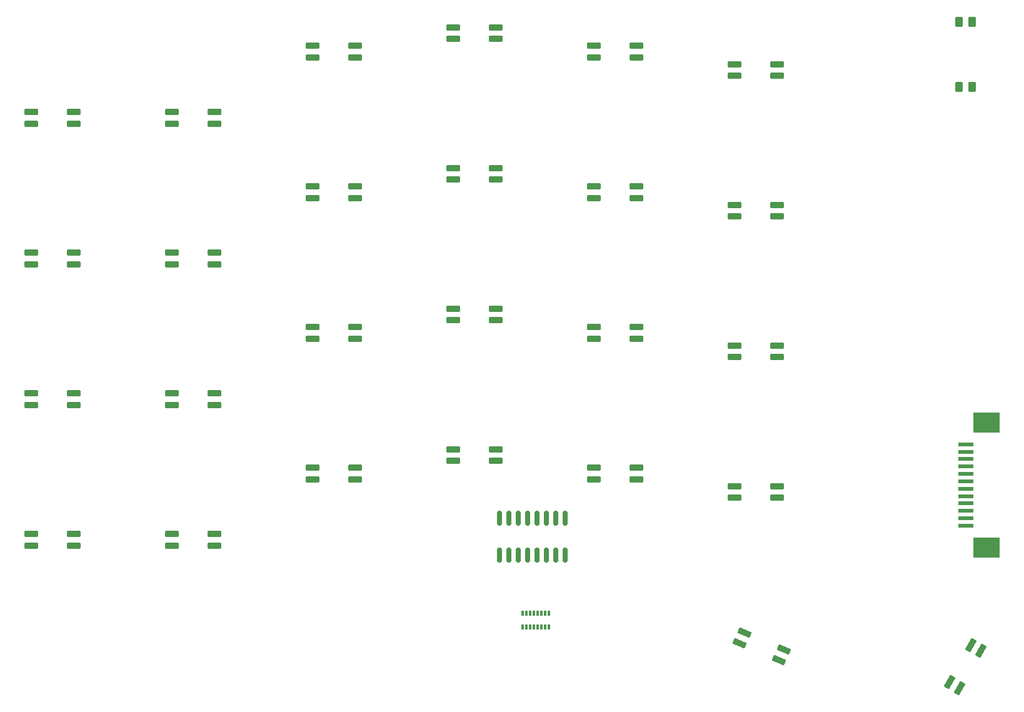
<source format=gbr>
%TF.GenerationSoftware,KiCad,Pcbnew,8.0.8-8.0.8-0~ubuntu22.04.1*%
%TF.CreationDate,2025-01-26T06:24:24-06:00*%
%TF.ProjectId,kbd,6b62642e-6b69-4636-9164-5f7063625858,rev?*%
%TF.SameCoordinates,Original*%
%TF.FileFunction,Paste,Bot*%
%TF.FilePolarity,Positive*%
%FSLAX46Y46*%
G04 Gerber Fmt 4.6, Leading zero omitted, Abs format (unit mm)*
G04 Created by KiCad (PCBNEW 8.0.8-8.0.8-0~ubuntu22.04.1) date 2025-01-26 06:24:24*
%MOMM*%
%LPD*%
G01*
G04 APERTURE LIST*
G04 Aperture macros list*
%AMRoundRect*
0 Rectangle with rounded corners*
0 $1 Rounding radius*
0 $2 $3 $4 $5 $6 $7 $8 $9 X,Y pos of 4 corners*
0 Add a 4 corners polygon primitive as box body*
4,1,4,$2,$3,$4,$5,$6,$7,$8,$9,$2,$3,0*
0 Add four circle primitives for the rounded corners*
1,1,$1+$1,$2,$3*
1,1,$1+$1,$4,$5*
1,1,$1+$1,$6,$7*
1,1,$1+$1,$8,$9*
0 Add four rect primitives between the rounded corners*
20,1,$1+$1,$2,$3,$4,$5,0*
20,1,$1+$1,$4,$5,$6,$7,0*
20,1,$1+$1,$6,$7,$8,$9,0*
20,1,$1+$1,$8,$9,$2,$3,0*%
G04 Aperture macros list end*
%ADD10RoundRect,0.082000X-0.818000X-0.328000X0.818000X-0.328000X0.818000X0.328000X-0.818000X0.328000X0*%
%ADD11RoundRect,0.082000X0.818000X0.328000X-0.818000X0.328000X-0.818000X-0.328000X0.818000X-0.328000X0*%
%ADD12RoundRect,0.082000X-0.124944X-0.872409X0.693056X0.544409X0.124944X0.872409X-0.693056X-0.544409X0*%
%ADD13RoundRect,0.082000X-0.881133X0.017692X0.624813X-0.621544X0.881133X-0.017692X-0.624813X0.621544X0*%
%ADD14R,2.000000X0.610000*%
%ADD15R,3.600000X2.680000*%
%ADD16RoundRect,0.150000X0.150000X-0.850000X0.150000X0.850000X-0.150000X0.850000X-0.150000X-0.850000X0*%
%ADD17RoundRect,0.250000X0.262500X0.450000X-0.262500X0.450000X-0.262500X-0.450000X0.262500X-0.450000X0*%
%ADD18R,0.300000X0.800000*%
%ADD19RoundRect,0.250000X-0.262500X-0.450000X0.262500X-0.450000X0.262500X0.450000X-0.262500X0.450000X0*%
G04 APERTURE END LIST*
D10*
%TO.C,LED35*%
X158150000Y-116740000D03*
X158150000Y-115160000D03*
X152350000Y-115160000D03*
X152350000Y-116740000D03*
%TD*%
D11*
%TO.C,LED01*%
X76150000Y-64510000D03*
X76150000Y-66090000D03*
X81950000Y-66090000D03*
X81950000Y-64510000D03*
%TD*%
%TO.C,LED04*%
X133300000Y-55510000D03*
X133300000Y-57090000D03*
X139100000Y-57090000D03*
X139100000Y-55510000D03*
%TD*%
D10*
%TO.C,LED30*%
X62900000Y-123240000D03*
X62900000Y-121660000D03*
X57100000Y-121660000D03*
X57100000Y-123240000D03*
%TD*%
D11*
%TO.C,LED20*%
X57100000Y-102609999D03*
X57100000Y-104189999D03*
X62900000Y-104189999D03*
X62900000Y-102609999D03*
%TD*%
D10*
%TO.C,LED13*%
X120050000Y-73640000D03*
X120050000Y-72060000D03*
X114250000Y-72060000D03*
X114250000Y-73640000D03*
%TD*%
%TO.C,LED32*%
X101000000Y-114240000D03*
X101000000Y-112660000D03*
X95200000Y-112660000D03*
X95200000Y-114240000D03*
%TD*%
D11*
%TO.C,LED21*%
X76150000Y-102609999D03*
X76150000Y-104189999D03*
X81950000Y-104189999D03*
X81950000Y-102609999D03*
%TD*%
D12*
%TO.C,LED37*%
X185774160Y-137473526D03*
X184405840Y-136683526D03*
X181505840Y-141706474D03*
X182874160Y-142496474D03*
%TD*%
D11*
%TO.C,LED23*%
X114250000Y-91109999D03*
X114250000Y-92689999D03*
X120050000Y-92689999D03*
X120050000Y-91109999D03*
%TD*%
D10*
%TO.C,LED31*%
X81950000Y-123240000D03*
X81950000Y-121660000D03*
X76150000Y-121660000D03*
X76150000Y-123240000D03*
%TD*%
D11*
%TO.C,LED24*%
X133300000Y-93609999D03*
X133300000Y-95189999D03*
X139100000Y-95189999D03*
X139100000Y-93609999D03*
%TD*%
%TO.C,LED25*%
X152350000Y-96109999D03*
X152350000Y-97689999D03*
X158150000Y-97689999D03*
X158150000Y-96109999D03*
%TD*%
%TO.C,LED03*%
X114250000Y-53010000D03*
X114250000Y-54590000D03*
X120050000Y-54590000D03*
X120050000Y-53010000D03*
%TD*%
D10*
%TO.C,LED33*%
X120050000Y-111740000D03*
X120050000Y-110160000D03*
X114250000Y-110160000D03*
X114250000Y-111740000D03*
%TD*%
D13*
%TO.C,LED36*%
X158430786Y-138698065D03*
X159048142Y-137243667D03*
X153709214Y-134977427D03*
X153091858Y-136431825D03*
%TD*%
D10*
%TO.C,LED14*%
X139100000Y-76140000D03*
X139100000Y-74560000D03*
X133300000Y-74560000D03*
X133300000Y-76140000D03*
%TD*%
D11*
%TO.C,LED22*%
X95200000Y-93609999D03*
X95200000Y-95189999D03*
X101000000Y-95189999D03*
X101000000Y-93609999D03*
%TD*%
D10*
%TO.C,LED10*%
X62900000Y-85140000D03*
X62900000Y-83560000D03*
X57100000Y-83560000D03*
X57100000Y-85140000D03*
%TD*%
%TO.C,LED12*%
X101000000Y-76140000D03*
X101000000Y-74560000D03*
X95200000Y-74560000D03*
X95200000Y-76140000D03*
%TD*%
D11*
%TO.C,LED02*%
X95200000Y-55510000D03*
X95200000Y-57090000D03*
X101000000Y-57090000D03*
X101000000Y-55510000D03*
%TD*%
D10*
%TO.C,LED34*%
X139100000Y-114240000D03*
X139100000Y-112660000D03*
X133300000Y-112660000D03*
X133300000Y-114240000D03*
%TD*%
D11*
%TO.C,LED00*%
X57100000Y-64510000D03*
X57100000Y-66090000D03*
X62900000Y-66090000D03*
X62900000Y-64510000D03*
%TD*%
D10*
%TO.C,LED15*%
X158150000Y-78640000D03*
X158150000Y-77060000D03*
X152350000Y-77060000D03*
X152350000Y-78640000D03*
%TD*%
%TO.C,LED11*%
X81950000Y-85140000D03*
X81950000Y-83560000D03*
X76150000Y-83560000D03*
X76150000Y-85140000D03*
%TD*%
D11*
%TO.C,LED05*%
X152350000Y-58010000D03*
X152350000Y-59590000D03*
X158150000Y-59590000D03*
X158150000Y-58010000D03*
%TD*%
D14*
%TO.C,J1*%
X183700000Y-109500000D03*
X183700000Y-110500000D03*
X183700000Y-111500000D03*
X183700000Y-112500000D03*
X183700000Y-113500000D03*
X183700000Y-114500000D03*
X183700000Y-115500000D03*
X183700000Y-116500000D03*
X183700000Y-117500000D03*
X183700000Y-118500000D03*
X183700000Y-119500000D03*
X183700000Y-120500000D03*
D15*
X186500000Y-106510000D03*
X186500000Y-123490000D03*
%TD*%
D16*
%TO.C,U2*%
X129445000Y-124500000D03*
X128175000Y-124500000D03*
X126905000Y-124500000D03*
X125635000Y-124500000D03*
X124365000Y-124500000D03*
X123095000Y-124500000D03*
X121825000Y-124500000D03*
X120555000Y-124500000D03*
X120555000Y-119500000D03*
X121825000Y-119500000D03*
X123095000Y-119500000D03*
X124365000Y-119500000D03*
X125635000Y-119500000D03*
X126905000Y-119500000D03*
X128175000Y-119500000D03*
X129445000Y-119500000D03*
%TD*%
D17*
%TO.C,R1*%
X184572500Y-52255000D03*
X182747500Y-52255000D03*
%TD*%
D18*
%TO.C,RN2*%
X127200000Y-134200000D03*
X126700000Y-134200000D03*
X126200000Y-134200000D03*
X125700000Y-134200000D03*
X125200000Y-134200000D03*
X124700000Y-134200000D03*
X124200000Y-134200000D03*
X123700000Y-134200000D03*
X123700000Y-132400000D03*
X124200000Y-132400000D03*
X124700000Y-132400000D03*
X125200000Y-132400000D03*
X125700000Y-132400000D03*
X126200000Y-132400000D03*
X126700000Y-132400000D03*
X127200000Y-132400000D03*
%TD*%
D19*
%TO.C,R2*%
X182747500Y-61100000D03*
X184572500Y-61100000D03*
%TD*%
M02*

</source>
